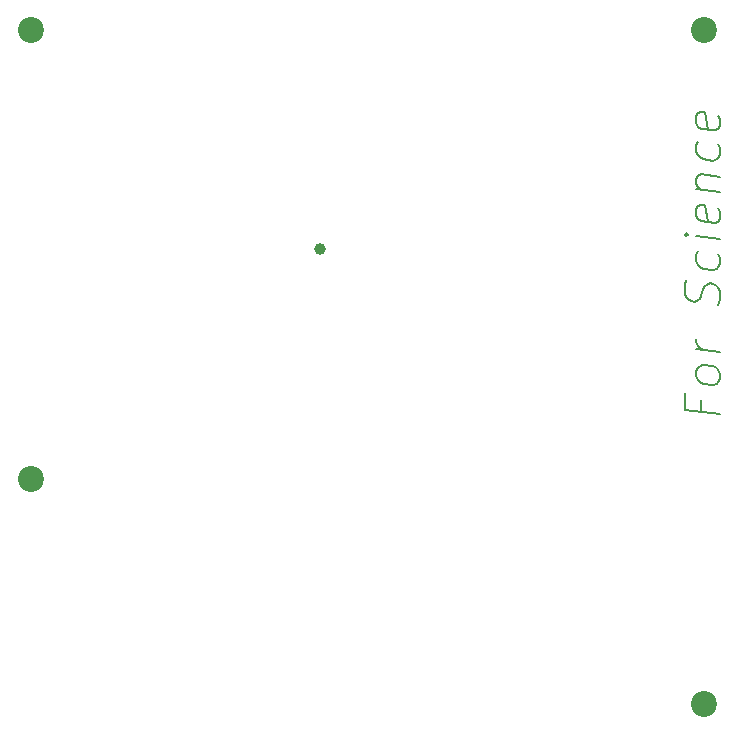
<source format=gbr>
G04 #@! TF.GenerationSoftware,KiCad,Pcbnew,(5.1.10)-1*
G04 #@! TF.CreationDate,2021-08-15T20:32:39-04:00*
G04 #@! TF.ProjectId,plate,706c6174-652e-46b6-9963-61645f706362,rev?*
G04 #@! TF.SameCoordinates,Original*
G04 #@! TF.FileFunction,Soldermask,Top*
G04 #@! TF.FilePolarity,Negative*
%FSLAX46Y46*%
G04 Gerber Fmt 4.6, Leading zero omitted, Abs format (unit mm)*
G04 Created by KiCad (PCBNEW (5.1.10)-1) date 2021-08-15 20:32:39*
%MOMM*%
%LPD*%
G01*
G04 APERTURE LIST*
%ADD10C,0.150000*%
%ADD11C,2.200000*%
%ADD12C,1.000000*%
G04 APERTURE END LIST*
D10*
X155302294Y-94815568D02*
X155302294Y-95815568D01*
X156873722Y-96011997D02*
X153873722Y-95636997D01*
X153873722Y-94208426D01*
X156873722Y-93011997D02*
X156730865Y-93279854D01*
X156588008Y-93404854D01*
X156302294Y-93511997D01*
X155445151Y-93404854D01*
X155159437Y-93226283D01*
X155016580Y-93065568D01*
X154873722Y-92761997D01*
X154873722Y-92333426D01*
X155016580Y-92065568D01*
X155159437Y-91940568D01*
X155445151Y-91833426D01*
X156302294Y-91940568D01*
X156588008Y-92119140D01*
X156730865Y-92279854D01*
X156873722Y-92583426D01*
X156873722Y-93011997D01*
X156873722Y-90726283D02*
X154873722Y-90476283D01*
X155445151Y-90547711D02*
X155159437Y-90369140D01*
X155016580Y-90208426D01*
X154873722Y-89904854D01*
X154873722Y-89619140D01*
X156730865Y-86708426D02*
X156873722Y-86297711D01*
X156873722Y-85583426D01*
X156730865Y-85279854D01*
X156588008Y-85119140D01*
X156302294Y-84940568D01*
X156016580Y-84904854D01*
X155730865Y-85011997D01*
X155588008Y-85136997D01*
X155445151Y-85404854D01*
X155302294Y-85958426D01*
X155159437Y-86226283D01*
X155016580Y-86351283D01*
X154730865Y-86458426D01*
X154445151Y-86422711D01*
X154159437Y-86244140D01*
X154016580Y-86083426D01*
X153873722Y-85779854D01*
X153873722Y-85065568D01*
X154016580Y-84654854D01*
X156730865Y-82422711D02*
X156873722Y-82726283D01*
X156873722Y-83297711D01*
X156730865Y-83565568D01*
X156588008Y-83690568D01*
X156302294Y-83797711D01*
X155445151Y-83690568D01*
X155159437Y-83511997D01*
X155016580Y-83351283D01*
X154873722Y-83047711D01*
X154873722Y-82476283D01*
X155016580Y-82208426D01*
X156873722Y-81154854D02*
X154873722Y-80904854D01*
X153873722Y-80779854D02*
X154016580Y-80940568D01*
X154159437Y-80815568D01*
X154016580Y-80654854D01*
X153873722Y-80779854D01*
X154159437Y-80815568D01*
X156730865Y-78565568D02*
X156873722Y-78869140D01*
X156873722Y-79440568D01*
X156730865Y-79708426D01*
X156445151Y-79815568D01*
X155302294Y-79672711D01*
X155016580Y-79494140D01*
X154873722Y-79190568D01*
X154873722Y-78619140D01*
X155016580Y-78351283D01*
X155302294Y-78244140D01*
X155588008Y-78279854D01*
X155873722Y-79744140D01*
X154873722Y-76904854D02*
X156873722Y-77154854D01*
X155159437Y-76940568D02*
X155016580Y-76779854D01*
X154873722Y-76476283D01*
X154873722Y-76047711D01*
X155016580Y-75779854D01*
X155302294Y-75672711D01*
X156873722Y-75869140D01*
X156730865Y-73136997D02*
X156873722Y-73440568D01*
X156873722Y-74011997D01*
X156730865Y-74279854D01*
X156588008Y-74404854D01*
X156302294Y-74511997D01*
X155445151Y-74404854D01*
X155159437Y-74226283D01*
X155016580Y-74065568D01*
X154873722Y-73761997D01*
X154873722Y-73190568D01*
X155016580Y-72922711D01*
X156730865Y-70708426D02*
X156873722Y-71011997D01*
X156873722Y-71583426D01*
X156730865Y-71851283D01*
X156445151Y-71958426D01*
X155302294Y-71815568D01*
X155016580Y-71636997D01*
X154873722Y-71333426D01*
X154873722Y-70761997D01*
X155016580Y-70494140D01*
X155302294Y-70386997D01*
X155588008Y-70422711D01*
X155873722Y-71886997D01*
D11*
X155496260Y-120484900D03*
D12*
X123000000Y-82000000D03*
D11*
X98500000Y-101500000D03*
X98500000Y-63500000D03*
X155500000Y-63500000D03*
M02*

</source>
